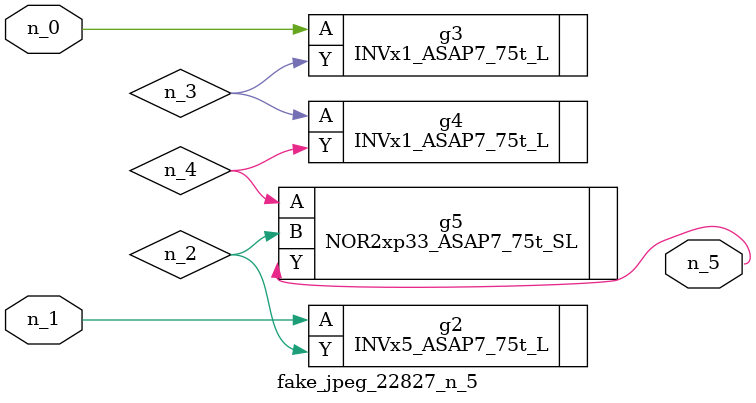
<source format=v>
module fake_jpeg_22827_n_5 (n_0, n_1, n_5);

input n_0;
input n_1;

output n_5;

wire n_2;
wire n_3;
wire n_4;

INVx5_ASAP7_75t_L g2 ( 
.A(n_1),
.Y(n_2)
);

INVx1_ASAP7_75t_L g3 ( 
.A(n_0),
.Y(n_3)
);

INVx1_ASAP7_75t_L g4 ( 
.A(n_3),
.Y(n_4)
);

NOR2xp33_ASAP7_75t_SL g5 ( 
.A(n_4),
.B(n_2),
.Y(n_5)
);


endmodule
</source>
